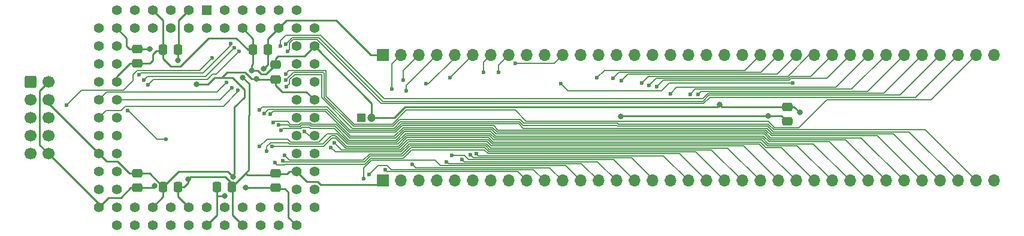
<source format=gbl>
G04 #@! TF.GenerationSoftware,KiCad,Pcbnew,7.0.5-0*
G04 #@! TF.CreationDate,2023-06-22T13:56:14+02:00*
G04 #@! TF.ProjectId,atf1508_plcc84_breakout,61746631-3530-4385-9f70-6c636338345f,A*
G04 #@! TF.SameCoordinates,Original*
G04 #@! TF.FileFunction,Copper,L2,Bot*
G04 #@! TF.FilePolarity,Positive*
%FSLAX46Y46*%
G04 Gerber Fmt 4.6, Leading zero omitted, Abs format (unit mm)*
G04 Created by KiCad (PCBNEW 7.0.5-0) date 2023-06-22 13:56:14*
%MOMM*%
%LPD*%
G01*
G04 APERTURE LIST*
G04 Aperture macros list*
%AMRoundRect*
0 Rectangle with rounded corners*
0 $1 Rounding radius*
0 $2 $3 $4 $5 $6 $7 $8 $9 X,Y pos of 4 corners*
0 Add a 4 corners polygon primitive as box body*
4,1,4,$2,$3,$4,$5,$6,$7,$8,$9,$2,$3,0*
0 Add four circle primitives for the rounded corners*
1,1,$1+$1,$2,$3*
1,1,$1+$1,$4,$5*
1,1,$1+$1,$6,$7*
1,1,$1+$1,$8,$9*
0 Add four rect primitives between the rounded corners*
20,1,$1+$1,$2,$3,$4,$5,0*
20,1,$1+$1,$4,$5,$6,$7,0*
20,1,$1+$1,$6,$7,$8,$9,0*
20,1,$1+$1,$8,$9,$2,$3,0*%
G04 Aperture macros list end*
G04 #@! TA.AperFunction,ComponentPad*
%ADD10C,1.200000*%
G04 #@! TD*
G04 #@! TA.AperFunction,ComponentPad*
%ADD11R,1.200000X1.200000*%
G04 #@! TD*
G04 #@! TA.AperFunction,SMDPad,CuDef*
%ADD12RoundRect,0.250000X-0.475000X0.337500X-0.475000X-0.337500X0.475000X-0.337500X0.475000X0.337500X0*%
G04 #@! TD*
G04 #@! TA.AperFunction,ComponentPad*
%ADD13R,1.422400X1.422400*%
G04 #@! TD*
G04 #@! TA.AperFunction,ComponentPad*
%ADD14C,1.422400*%
G04 #@! TD*
G04 #@! TA.AperFunction,ComponentPad*
%ADD15RoundRect,0.250000X-0.600000X-0.600000X0.600000X-0.600000X0.600000X0.600000X-0.600000X0.600000X0*%
G04 #@! TD*
G04 #@! TA.AperFunction,ComponentPad*
%ADD16C,1.700000*%
G04 #@! TD*
G04 #@! TA.AperFunction,SMDPad,CuDef*
%ADD17RoundRect,0.250000X0.337500X0.475000X-0.337500X0.475000X-0.337500X-0.475000X0.337500X-0.475000X0*%
G04 #@! TD*
G04 #@! TA.AperFunction,SMDPad,CuDef*
%ADD18RoundRect,0.250000X-0.337500X-0.475000X0.337500X-0.475000X0.337500X0.475000X-0.337500X0.475000X0*%
G04 #@! TD*
G04 #@! TA.AperFunction,ComponentPad*
%ADD19R,1.700000X1.700000*%
G04 #@! TD*
G04 #@! TA.AperFunction,ComponentPad*
%ADD20O,1.700000X1.700000*%
G04 #@! TD*
G04 #@! TA.AperFunction,SMDPad,CuDef*
%ADD21RoundRect,0.250000X0.475000X-0.337500X0.475000X0.337500X-0.475000X0.337500X-0.475000X-0.337500X0*%
G04 #@! TD*
G04 #@! TA.AperFunction,ViaPad*
%ADD22C,0.600000*%
G04 #@! TD*
G04 #@! TA.AperFunction,ViaPad*
%ADD23C,0.800000*%
G04 #@! TD*
G04 #@! TA.AperFunction,Conductor*
%ADD24C,0.139700*%
G04 #@! TD*
G04 #@! TA.AperFunction,Conductor*
%ADD25C,0.254000*%
G04 #@! TD*
G04 APERTURE END LIST*
D10*
X127992000Y-62230000D03*
D11*
X126492000Y-62230000D03*
D12*
X186690000Y-60684500D03*
X186690000Y-62759500D03*
D13*
X104648000Y-46990000D03*
D14*
X104648000Y-49530000D03*
X102108000Y-46990000D03*
X102108000Y-49530000D03*
X99568000Y-46990000D03*
X99568000Y-49530000D03*
X97028000Y-46990000D03*
X97028000Y-49530000D03*
X94488000Y-46990000D03*
X94488000Y-49530000D03*
X91948000Y-46990000D03*
X89408000Y-49530000D03*
X91948000Y-49530000D03*
X89408000Y-52070000D03*
X91948000Y-52070000D03*
X89408000Y-54610000D03*
X91948000Y-54610000D03*
X89408000Y-57150000D03*
X91948000Y-57150000D03*
X89408000Y-59690000D03*
X91948000Y-59690000D03*
X89408000Y-62230000D03*
X91948000Y-62230000D03*
X89408000Y-64770000D03*
X91948000Y-64770000D03*
X89408000Y-67310000D03*
X91948000Y-67310000D03*
X89408000Y-69850000D03*
X91948000Y-69850000D03*
X89408000Y-72390000D03*
X91948000Y-72390000D03*
X89408000Y-74930000D03*
X91948000Y-77470000D03*
X91948000Y-74930000D03*
X94488000Y-77470000D03*
X94488000Y-74930000D03*
X97028000Y-77470000D03*
X97028000Y-74930000D03*
X99568000Y-77470000D03*
X99568000Y-74930000D03*
X102108000Y-77470000D03*
X102108000Y-74930000D03*
X104648000Y-77470000D03*
X104648000Y-74930000D03*
X107188000Y-77470000D03*
X107188000Y-74930000D03*
X109728000Y-77470000D03*
X109728000Y-74930000D03*
X112268000Y-77470000D03*
X112268000Y-74930000D03*
X114808000Y-77470000D03*
X114808000Y-74930000D03*
X117348000Y-77470000D03*
X119888000Y-74930000D03*
X117348000Y-74930000D03*
X119888000Y-72390000D03*
X117348000Y-72390000D03*
X119888000Y-69850000D03*
X117348000Y-69850000D03*
X119888000Y-67310000D03*
X117348000Y-67310000D03*
X119888000Y-64770000D03*
X117348000Y-64770000D03*
X119888000Y-62230000D03*
X117348000Y-62230000D03*
X119888000Y-59690000D03*
X117348000Y-59690000D03*
X119888000Y-57150000D03*
X117348000Y-57150000D03*
X119888000Y-54610000D03*
X117348000Y-54610000D03*
X119888000Y-52070000D03*
X117348000Y-52070000D03*
X119888000Y-49530000D03*
X117348000Y-46990000D03*
X117348000Y-49530000D03*
X114808000Y-46990000D03*
X114808000Y-49530000D03*
X112268000Y-46990000D03*
X112268000Y-49530000D03*
X109728000Y-46990000D03*
X109728000Y-49530000D03*
X107188000Y-46990000D03*
X107188000Y-49530000D03*
D15*
X79756000Y-57150000D03*
D16*
X82296000Y-57150000D03*
X79756000Y-59690000D03*
X82296000Y-59690000D03*
X79756000Y-62230000D03*
X82296000Y-62230000D03*
X79756000Y-64770000D03*
X82296000Y-64770000D03*
X79756000Y-67310000D03*
X82296000Y-67310000D03*
D17*
X113305500Y-52578000D03*
X111230500Y-52578000D03*
D12*
X94869000Y-52451000D03*
X94869000Y-54526000D03*
D18*
X98530500Y-72009000D03*
X100605500Y-72009000D03*
D12*
X94869000Y-70082500D03*
X94869000Y-72157500D03*
D19*
X129535000Y-71120000D03*
D20*
X132075000Y-71120000D03*
X134615000Y-71120000D03*
X137155000Y-71120000D03*
X139695000Y-71120000D03*
X142235000Y-71120000D03*
X144775000Y-71120000D03*
X147315000Y-71120000D03*
X149855000Y-71120000D03*
X152395000Y-71120000D03*
X154935000Y-71120000D03*
X157475000Y-71120000D03*
X160015000Y-71120000D03*
X162555000Y-71120000D03*
X165095000Y-71120000D03*
X167635000Y-71120000D03*
X170175000Y-71120000D03*
X172715000Y-71120000D03*
X175255000Y-71120000D03*
X177795000Y-71120000D03*
X180335000Y-71120000D03*
X182875000Y-71120000D03*
X185415000Y-71120000D03*
X187955000Y-71120000D03*
X190495000Y-71120000D03*
X193035000Y-71120000D03*
X195575000Y-71120000D03*
X198115000Y-71120000D03*
X200655000Y-71120000D03*
X203195000Y-71120000D03*
X205735000Y-71120000D03*
X208275000Y-71120000D03*
X210815000Y-71120000D03*
X213355000Y-71120000D03*
X215895000Y-71120000D03*
D18*
X106150500Y-72009000D03*
X108225500Y-72009000D03*
D21*
X114427000Y-72157500D03*
X114427000Y-70082500D03*
D19*
X129540000Y-53340000D03*
D20*
X132080000Y-53340000D03*
X134620000Y-53340000D03*
X137160000Y-53340000D03*
X139700000Y-53340000D03*
X142240000Y-53340000D03*
X144780000Y-53340000D03*
X147320000Y-53340000D03*
X149860000Y-53340000D03*
X152400000Y-53340000D03*
X154940000Y-53340000D03*
X157480000Y-53340000D03*
X160020000Y-53340000D03*
X162560000Y-53340000D03*
X165100000Y-53340000D03*
X167640000Y-53340000D03*
X170180000Y-53340000D03*
X172720000Y-53340000D03*
X175260000Y-53340000D03*
X177800000Y-53340000D03*
X180340000Y-53340000D03*
X182880000Y-53340000D03*
X185420000Y-53340000D03*
X187960000Y-53340000D03*
X190500000Y-53340000D03*
X193040000Y-53340000D03*
X195580000Y-53340000D03*
X198120000Y-53340000D03*
X200660000Y-53340000D03*
X203200000Y-53340000D03*
X205740000Y-53340000D03*
X208280000Y-53340000D03*
X210820000Y-53340000D03*
X213360000Y-53340000D03*
X215900000Y-53340000D03*
D21*
X114427000Y-56790500D03*
X114427000Y-54715500D03*
D17*
X100605500Y-52578000D03*
X98530500Y-52578000D03*
D22*
X127635000Y-70231000D03*
D23*
X184023000Y-61976000D03*
X188468000Y-61468000D03*
X177165000Y-60325000D03*
X163169600Y-62014150D03*
X96647000Y-52451000D03*
X112695228Y-55269703D03*
X100584000Y-54102000D03*
X110214501Y-72157499D03*
X107188000Y-73279000D03*
X108369643Y-70580330D03*
X111725245Y-56699977D03*
X103251000Y-57492350D03*
X109746502Y-56533500D03*
X110998000Y-55524400D03*
X102071000Y-70903000D03*
X97285486Y-71885486D03*
D22*
X98933000Y-65278000D03*
X118491000Y-64135000D03*
X93472000Y-61214000D03*
X84836000Y-60452000D03*
X105410000Y-53721000D03*
X130810000Y-58165988D03*
X187452000Y-57277000D03*
X132461000Y-56896000D03*
X154686000Y-57404000D03*
X114300000Y-68569053D03*
X115443000Y-68326000D03*
X115697000Y-67564000D03*
X122174001Y-66420999D03*
X113919000Y-66294000D03*
X113157000Y-66929000D03*
X112141000Y-66294000D03*
X114808000Y-63246000D03*
X114046000Y-62865000D03*
X113665000Y-61722000D03*
X112141000Y-61087000D03*
X135635980Y-57404000D03*
X132842000Y-58420000D03*
X159829500Y-56578500D03*
X162052000Y-56642000D03*
X163258500Y-56959500D03*
X166116000Y-57277000D03*
X167132000Y-57658000D03*
X95758000Y-56896000D03*
X115062000Y-52070000D03*
X108585000Y-52324000D03*
X108077000Y-51689000D03*
X95123000Y-56134000D03*
X115824000Y-51816000D03*
X116078000Y-52832000D03*
X96393000Y-57531000D03*
X109220000Y-52832000D03*
X115824000Y-56007000D03*
X107467400Y-57196503D03*
X115824000Y-56896000D03*
X108204000Y-58013604D03*
X168275000Y-57785000D03*
X170180000Y-58801000D03*
X172974000Y-58913750D03*
X174117000Y-58913750D03*
X115951000Y-57785000D03*
X109113109Y-58323691D03*
X112776000Y-61595000D03*
X115189000Y-64008000D03*
X122682000Y-65786000D03*
X142748000Y-67310000D03*
X141922500Y-67500500D03*
X139319000Y-67564000D03*
X139065016Y-56515000D03*
X143764000Y-55753000D03*
X145923000Y-55753000D03*
X148239850Y-54513850D03*
X129921000Y-69596000D03*
X133731000Y-68834000D03*
X126873000Y-70866000D03*
X138557000Y-68453000D03*
X140779500Y-68135500D03*
D24*
X119390881Y-63430150D02*
X119232130Y-63271400D01*
X116447793Y-63474600D02*
X116219193Y-63246000D01*
X144843405Y-64185800D02*
X132636116Y-64185800D01*
X116219193Y-63246000D02*
X114808000Y-63246000D01*
X132751847Y-64465200D02*
X131532645Y-65684400D01*
X115443000Y-63754000D02*
X115189000Y-64008000D01*
X183339879Y-64820800D02*
X145478406Y-64820800D01*
X118056981Y-63271400D02*
X117853780Y-63474600D01*
X184145727Y-65626650D02*
X183339879Y-64820800D01*
X124777497Y-65405000D02*
X122802646Y-63430150D01*
X198115000Y-71120000D02*
X192621648Y-65626648D01*
X192621648Y-65626648D02*
X184145727Y-65626650D01*
X117853780Y-63474600D02*
X116447793Y-63474600D01*
X145478406Y-64820800D02*
X144843405Y-64185800D01*
X131416914Y-65405000D02*
X124777497Y-65405000D01*
X132636116Y-64185800D02*
X131416914Y-65405000D01*
X119232130Y-63271400D02*
X118056981Y-63271400D01*
X195575000Y-71120000D02*
X190361049Y-65906049D01*
X119275148Y-63709550D02*
X119116399Y-63550800D01*
X184029995Y-65906049D02*
X183224148Y-65100200D01*
X190361049Y-65906049D02*
X184029995Y-65906049D01*
X122802646Y-63430150D02*
X119390881Y-63430150D01*
X183224148Y-65100200D02*
X145362674Y-65100200D01*
X145362674Y-65100200D02*
X144727674Y-64465200D01*
X144727674Y-64465200D02*
X132751847Y-64465200D01*
X131532645Y-65684400D02*
X124661765Y-65684400D01*
X124661765Y-65684400D02*
X122686915Y-63709550D01*
X122686915Y-63709550D02*
X119275148Y-63709550D01*
X118172712Y-63550800D02*
X117969511Y-63754000D01*
X119116399Y-63550800D02*
X118172712Y-63550800D01*
X117969511Y-63754000D02*
X115443000Y-63754000D01*
X210820000Y-53340000D02*
X204851000Y-59309000D01*
X129312877Y-60210700D02*
X120251427Y-51149250D01*
X204851000Y-59309000D02*
X175768000Y-59309000D01*
X175768000Y-59309000D02*
X174866300Y-60210700D01*
X174866300Y-60210700D02*
X129312877Y-60210700D01*
X116373350Y-52536650D02*
X116078000Y-52832000D01*
X120251427Y-51149250D02*
X116855681Y-51149250D01*
X116855681Y-51149250D02*
X116373350Y-51631581D01*
X116373350Y-51631581D02*
X116373350Y-52536650D01*
D25*
X110998000Y-55524400D02*
X110998000Y-54787800D01*
X110998000Y-54787800D02*
X111230500Y-54555300D01*
X111230500Y-54555300D02*
X111230500Y-52578000D01*
X111827509Y-55524400D02*
X110998000Y-55524400D01*
X111049386Y-56699977D02*
X111725245Y-56699977D01*
X111815768Y-56790500D02*
X111725245Y-56699977D01*
X107569000Y-55753000D02*
X110102409Y-55753000D01*
X114427000Y-56790500D02*
X111815768Y-56790500D01*
X110102409Y-55753000D02*
X111049386Y-56699977D01*
X106806501Y-56515499D02*
X107569000Y-55753000D01*
X112353812Y-56050703D02*
X111827509Y-55524400D01*
X113305500Y-54659431D02*
X112695228Y-55269703D01*
X113305500Y-52578000D02*
X113305500Y-54659431D01*
X113091797Y-56050703D02*
X114427000Y-54715500D01*
X112353812Y-56050703D02*
X113091797Y-56050703D01*
D24*
X109174500Y-58420000D02*
X109174500Y-58385082D01*
X109174500Y-58385082D02*
X109113109Y-58323691D01*
D25*
X108563500Y-60727500D02*
X109982000Y-59309000D01*
X109982000Y-58229500D02*
X108267999Y-56515499D01*
X108563500Y-70125500D02*
X108563500Y-60727500D01*
X108369643Y-70319357D02*
X108563500Y-70125500D01*
X108369643Y-70580330D02*
X108369643Y-70319357D01*
X109982000Y-59309000D02*
X109982000Y-58229500D01*
D24*
X92535569Y-61214000D02*
X93170569Y-60579000D01*
X90424000Y-61214000D02*
X92535569Y-61214000D01*
X107015500Y-60579000D02*
X109174500Y-58420000D01*
X93170569Y-60579000D02*
X107015500Y-60579000D01*
D25*
X108267999Y-56515499D02*
X106806501Y-56515499D01*
D24*
X89408000Y-62230000D02*
X90424000Y-61214000D01*
X106527604Y-59690000D02*
X108204000Y-58013604D01*
X91948000Y-59690000D02*
X106527604Y-59690000D01*
X90526098Y-58571902D02*
X106092001Y-58571902D01*
X106092001Y-58571902D02*
X107467400Y-57196503D01*
X89408000Y-59690000D02*
X90526098Y-58571902D01*
X113157000Y-66929000D02*
X113157000Y-66279101D01*
X185839855Y-66464855D02*
X190495000Y-71120000D01*
X116388444Y-65970150D02*
X121086718Y-65970150D01*
X113157000Y-66279101D02*
X113691451Y-65744650D01*
X131764111Y-66243200D02*
X132983311Y-65024000D01*
X116162944Y-65744650D02*
X116388444Y-65970150D01*
X113691451Y-65744650D02*
X116162944Y-65744650D01*
X183694987Y-66464855D02*
X185839855Y-66464855D01*
X122868204Y-64801128D02*
X122988232Y-64801128D01*
X124430304Y-66243200D02*
X131764111Y-66243200D01*
X121086718Y-65970150D02*
X122261469Y-64795400D01*
X132983311Y-65024000D02*
X144496210Y-65024000D01*
X122988232Y-64801128D02*
X124430304Y-66243200D01*
X122862475Y-64795400D02*
X122868204Y-64801128D01*
X122261469Y-64795400D02*
X122862475Y-64795400D01*
X144496210Y-65024000D02*
X145131211Y-65659000D01*
X145131211Y-65659000D02*
X182889132Y-65659000D01*
X182889132Y-65659000D02*
X183694987Y-66464855D01*
X145015479Y-65938400D02*
X182773400Y-65938400D01*
X131879843Y-66522600D02*
X133048238Y-65354207D01*
X121158000Y-66294000D02*
X122371472Y-65080528D01*
X113919000Y-66294000D02*
X121158000Y-66294000D01*
X122371472Y-65080528D02*
X122872500Y-65080528D01*
X122872500Y-65080528D02*
X124314573Y-66522600D01*
X124314573Y-66522600D02*
X131879843Y-66522600D01*
X133048238Y-65354207D02*
X144431286Y-65354207D01*
X144431286Y-65354207D02*
X145015479Y-65938400D01*
X182773400Y-65938400D02*
X187955000Y-71120000D01*
X185415000Y-71120000D02*
X180512800Y-66217800D01*
X180512800Y-66217800D02*
X144899749Y-66217800D01*
X133163969Y-65633607D02*
X131995574Y-66802000D01*
X131995574Y-66802000D02*
X123698000Y-66802000D01*
X144899749Y-66217800D02*
X144315555Y-65633607D01*
X123698000Y-66802000D02*
X122682000Y-65786000D01*
X144315555Y-65633607D02*
X133163969Y-65633607D01*
X182875000Y-71115000D02*
X178257200Y-66497200D01*
X122834402Y-67081400D02*
X122174001Y-66420999D01*
X169675226Y-66497201D02*
X169675224Y-66497199D01*
X178257200Y-66497200D02*
X169675226Y-66497201D01*
X144784018Y-66497200D02*
X144199824Y-65913007D01*
X132111305Y-67081400D02*
X122834402Y-67081400D01*
X144199824Y-65913007D02*
X133279701Y-65913007D01*
X169675224Y-66497199D02*
X164677332Y-66497201D01*
X164677332Y-66497201D02*
X164677334Y-66497199D01*
X164677334Y-66497199D02*
X144784018Y-66497200D01*
X133279701Y-65913007D02*
X132111305Y-67081400D01*
X133395433Y-66192407D02*
X144084095Y-66192407D01*
X132227032Y-67360806D02*
X133395433Y-66192407D01*
X127668799Y-67360806D02*
X132227032Y-67360806D01*
X115697000Y-67564000D02*
X116363750Y-68230750D01*
X126798855Y-68230750D02*
X127668799Y-67360806D01*
X116363750Y-68230750D02*
X126798855Y-68230750D01*
X144084095Y-66192407D02*
X144668287Y-66776600D01*
X144668287Y-66776600D02*
X175991600Y-66776600D01*
X175991600Y-66776600D02*
X180335000Y-71120000D01*
X127759139Y-67665599D02*
X132317370Y-67665599D01*
X133511164Y-66471807D02*
X143968363Y-66471807D01*
X144552556Y-67056000D02*
X173731000Y-67056000D01*
X115443000Y-68326000D02*
X115627150Y-68510150D01*
X115627150Y-68510150D02*
X126914587Y-68510150D01*
X126914587Y-68510150D02*
X127759139Y-67665599D01*
X132317370Y-67665599D02*
X133511164Y-66471807D01*
X143968363Y-66471807D02*
X144552556Y-67056000D01*
X173731000Y-67056000D02*
X177795000Y-71120000D01*
X115756349Y-68789550D02*
X127030319Y-68789550D01*
X127874870Y-67944999D02*
X132433101Y-67944999D01*
X143852631Y-66751207D02*
X144436824Y-67335400D01*
X133626895Y-66751207D02*
X143852631Y-66751207D01*
X132433101Y-67944999D02*
X133626895Y-66751207D01*
X114300000Y-68569053D02*
X114606297Y-68875350D01*
X114606297Y-68875350D02*
X115670549Y-68875350D01*
X115670549Y-68875350D02*
X115756349Y-68789550D01*
X127030319Y-68789550D02*
X127874870Y-67944999D01*
X144436824Y-67335400D02*
X171475400Y-67335400D01*
X171475400Y-67335400D02*
X175255000Y-71115000D01*
X164668200Y-67894200D02*
X142316200Y-67894200D01*
X167635000Y-70861000D02*
X164668200Y-67894200D01*
X142316200Y-67894200D02*
X141922500Y-67500500D01*
X143052800Y-67614800D02*
X169212300Y-67614800D01*
X169212300Y-67614800D02*
X172715000Y-71117500D01*
X142748000Y-67310000D02*
X143052800Y-67614800D01*
X116504176Y-65690750D02*
X116066525Y-65253099D01*
X145246942Y-65379600D02*
X144611942Y-64744600D01*
X132288923Y-63347600D02*
X131365072Y-64271450D01*
X124546033Y-65963800D02*
X123103963Y-64521728D01*
X194882247Y-65347247D02*
X184261459Y-65347250D01*
X132867579Y-64744600D02*
X131648379Y-65963800D01*
X188100449Y-66185449D02*
X183914263Y-66185448D01*
X144959138Y-63906400D02*
X132520385Y-63906400D01*
X121562341Y-61004450D02*
X113366550Y-61004450D01*
X122978206Y-64516000D02*
X121666000Y-64516000D01*
X120491250Y-65690750D02*
X116504176Y-65690750D01*
X117738049Y-63195200D02*
X116563525Y-63195200D01*
X117941249Y-62992000D02*
X117738049Y-63195200D01*
X119347861Y-62992000D02*
X117941249Y-62992000D01*
X144611942Y-64744600D02*
X132867579Y-64744600D01*
X116066525Y-65253099D02*
X113181901Y-65253099D01*
X121666000Y-64516000D02*
X120491250Y-65690750D01*
X131185452Y-64846200D02*
X125008961Y-64846200D01*
X131648379Y-65963800D02*
X124546033Y-65963800D01*
X183108417Y-65379600D02*
X145246942Y-65379600D01*
X183914263Y-66185448D02*
X183108417Y-65379600D01*
X122983935Y-64521728D02*
X122978206Y-64516000D01*
X193035000Y-71120000D02*
X188100449Y-66185449D01*
X183687073Y-63982600D02*
X145825602Y-63982600D01*
X114103150Y-61283850D02*
X113665000Y-61722000D01*
X187984710Y-64788446D02*
X184492923Y-64788450D01*
X114214350Y-62696650D02*
X114046000Y-62865000D01*
X116064975Y-62696650D02*
X114214350Y-62696650D01*
X116563525Y-63195200D02*
X116064975Y-62696650D01*
X123103963Y-64521728D02*
X122983935Y-64521728D01*
X119506612Y-63150750D02*
X119347861Y-62992000D01*
X183455610Y-64541400D02*
X145594138Y-64541400D01*
X121446609Y-61283850D02*
X114103150Y-61283850D01*
X132404654Y-63627000D02*
X131185452Y-64846200D01*
X122918378Y-63150750D02*
X119506612Y-63150750D01*
X132520385Y-63906400D02*
X131301183Y-65125600D01*
X145594138Y-64541400D02*
X144959138Y-63906400D01*
X184261459Y-65347250D02*
X183455610Y-64541400D01*
X125008961Y-64846200D02*
X121446609Y-61283850D01*
X145074870Y-63627000D02*
X132404654Y-63627000D01*
X145709870Y-64262000D02*
X145074870Y-63627000D01*
X183571341Y-64262000D02*
X145709870Y-64262000D01*
X184377191Y-65067850D02*
X183571341Y-64262000D01*
X197142846Y-65067846D02*
X184377191Y-65067850D01*
X124893229Y-65125600D02*
X122918378Y-63150750D01*
X113181901Y-65253099D02*
X112141000Y-66294000D01*
X203195000Y-71120000D02*
X197142846Y-65067846D01*
X200655000Y-71120000D02*
X194882247Y-65347247D01*
X131301183Y-65125600D02*
X124893229Y-65125600D01*
X205735000Y-71120000D02*
X199403446Y-64788446D01*
X199403446Y-64788446D02*
X187984710Y-64788446D01*
X184492923Y-64788450D02*
X183687073Y-63982600D01*
X145825602Y-63982600D02*
X145190602Y-63347600D01*
X145190602Y-63347600D02*
X132288923Y-63347600D01*
X131365072Y-64271450D02*
X124829341Y-64271450D01*
X124829341Y-64271450D02*
X121562341Y-61004450D01*
X113366550Y-61004450D02*
X112776000Y-61595000D01*
X165095000Y-71120000D02*
X162148600Y-68173600D01*
X162148600Y-68173600D02*
X141706600Y-68173600D01*
X141706600Y-68173600D02*
X141097000Y-67564000D01*
X141097000Y-67564000D02*
X139319000Y-67564000D01*
X159888000Y-68453000D02*
X141097000Y-68453000D01*
X162555000Y-71120000D02*
X159888000Y-68453000D01*
X141097000Y-68453000D02*
X140779500Y-68135500D01*
X157627400Y-68732400D02*
X138836400Y-68732400D01*
X160015000Y-71120000D02*
X157627400Y-68732400D01*
X138836400Y-68732400D02*
X138557000Y-68453000D01*
X126873000Y-69342000D02*
X126873000Y-70866000D01*
X157475000Y-71120000D02*
X155366800Y-69011800D01*
X155366800Y-69011800D02*
X137718800Y-69011800D01*
X137718800Y-69011800D02*
X136931399Y-68224399D01*
X136931399Y-68224399D02*
X127990601Y-68224399D01*
X127990601Y-68224399D02*
X126873000Y-69342000D01*
X153106200Y-69291200D02*
X134188200Y-69291200D01*
X154935000Y-71120000D02*
X153106200Y-69291200D01*
X134188200Y-69291200D02*
X133731000Y-68834000D01*
X128905000Y-68961000D02*
X130175000Y-68961000D01*
X130784600Y-69570600D02*
X150845600Y-69570600D01*
X150845600Y-69570600D02*
X152395000Y-71120000D01*
X127635000Y-70231000D02*
X128905000Y-68961000D01*
X130175000Y-68961000D02*
X130784600Y-69570600D01*
X149855000Y-71120000D02*
X148585000Y-69850000D01*
X148585000Y-69850000D02*
X130175000Y-69850000D01*
X130175000Y-69850000D02*
X129921000Y-69596000D01*
D25*
X120340405Y-71297800D02*
X118795800Y-71297800D01*
X128981000Y-71674000D02*
X120716605Y-71674000D01*
X118795800Y-71297800D02*
X117348000Y-69850000D01*
X120716605Y-71674000D02*
X120340405Y-71297800D01*
D24*
X145923000Y-54737000D02*
X145923000Y-55753000D01*
X147320000Y-53340000D02*
X145923000Y-54737000D01*
X143764000Y-54356000D02*
X143764000Y-55753000D01*
X144780000Y-53340000D02*
X143764000Y-54356000D01*
X139065016Y-56514984D02*
X139065016Y-56515000D01*
X142240000Y-53340000D02*
X139065016Y-56514984D01*
X134620000Y-53340000D02*
X132461000Y-55499000D01*
X132461000Y-55499000D02*
X132461000Y-56896000D01*
X132842000Y-57658000D02*
X132842000Y-58420000D01*
X137160000Y-53340000D02*
X132842000Y-57658000D01*
X201664044Y-64509044D02*
X208275000Y-71120000D01*
X188563368Y-64509044D02*
X188563370Y-64509042D01*
X187868981Y-64509044D02*
X188563368Y-64509044D01*
X124945071Y-63992048D02*
X131249345Y-63992048D01*
X148750802Y-63068200D02*
X149385802Y-63703200D01*
X112141000Y-61087000D02*
X112502950Y-60725050D01*
X121678073Y-60725050D02*
X124945071Y-63992048D01*
X184608655Y-64509050D02*
X187868978Y-64509046D01*
X112502950Y-60725050D02*
X121678073Y-60725050D01*
X188794834Y-64509042D02*
X188794836Y-64509044D01*
X132173192Y-63068200D02*
X148750802Y-63068200D01*
X149385802Y-63703200D02*
X183802805Y-63703200D01*
X183802805Y-63703200D02*
X184608655Y-64509050D01*
X188794836Y-64509044D02*
X201664044Y-64509044D01*
X188563370Y-64509042D02*
X188794834Y-64509042D01*
X187868978Y-64509046D02*
X187868981Y-64509044D01*
X131249345Y-63992048D02*
X132173192Y-63068200D01*
X120528803Y-50869850D02*
X116739949Y-50869850D01*
X208280000Y-53340000D02*
X202590400Y-59029600D01*
X132300407Y-59923621D02*
X129582574Y-59923621D01*
X116739949Y-50869850D02*
X115824000Y-51785799D01*
X174763268Y-59918600D02*
X132305428Y-59918600D01*
X115824000Y-51785799D02*
X115824000Y-51816000D01*
X132305428Y-59918600D02*
X132300407Y-59923621D01*
X129582574Y-59923621D02*
X120528803Y-50869850D01*
X175652268Y-59029600D02*
X174763268Y-59918600D01*
X202590400Y-59029600D02*
X175652268Y-59029600D01*
X115824000Y-50546000D02*
X120761729Y-50546000D01*
X174761836Y-59524900D02*
X175536537Y-58750200D01*
X200329800Y-58750200D02*
X205740000Y-53340000D01*
X115062000Y-52070000D02*
X115062000Y-51308000D01*
X120761729Y-50546000D02*
X129740629Y-59524900D01*
X115062000Y-51308000D02*
X115824000Y-50546000D01*
X129740629Y-59524900D02*
X174761836Y-59524900D01*
X175536537Y-58750200D02*
X200329800Y-58750200D01*
X116373350Y-57362650D02*
X115951000Y-57785000D01*
X148866536Y-62788800D02*
X132057464Y-62788800D01*
X121158000Y-55810150D02*
X116909850Y-55810150D01*
X162825268Y-63144400D02*
X162698268Y-63017400D01*
X210815000Y-71120000D02*
X203924650Y-64229650D01*
X131941732Y-62509400D02*
X131017881Y-63433250D01*
X184724386Y-64229650D02*
X183918536Y-63423800D01*
X117106312Y-56089550D02*
X116373350Y-56822512D01*
X125279386Y-63712650D02*
X120904000Y-59337263D01*
X149374536Y-63296800D02*
X148866536Y-62788800D01*
X213355000Y-71120000D02*
X206185250Y-63950250D01*
X132057464Y-62788800D02*
X131133612Y-63712650D01*
X116373350Y-56822512D02*
X116373350Y-57362650D01*
X162582537Y-63296800D02*
X149374536Y-63296800D01*
X131133612Y-63712650D02*
X125279386Y-63712650D01*
X162698268Y-63017400D02*
X149490268Y-63017400D01*
X162709536Y-63423800D02*
X162582537Y-63296800D01*
X183918536Y-63423800D02*
X162709536Y-63423800D01*
X131017881Y-63433250D02*
X125395118Y-63433250D01*
X203924650Y-64229650D02*
X184724386Y-64229650D01*
X120904000Y-59337263D02*
X120904000Y-56089550D01*
X120904000Y-56089550D02*
X117106312Y-56089550D01*
X206185250Y-63950250D02*
X184840118Y-63950250D01*
X184840118Y-63950250D02*
X184034268Y-63144400D01*
X184034268Y-63144400D02*
X162825268Y-63144400D01*
X149490268Y-63017400D02*
X148982268Y-62509400D01*
X148982268Y-62509400D02*
X131941732Y-62509400D01*
X125395118Y-63433250D02*
X121259600Y-59297731D01*
X121259600Y-59297731D02*
X121259600Y-55911750D01*
X121259600Y-55911750D02*
X121158000Y-55810150D01*
X116909850Y-55810150D02*
X115824000Y-56896000D01*
X192278000Y-59690000D02*
X207010000Y-59690000D01*
X116300250Y-55530750D02*
X121539000Y-55530750D01*
X132899150Y-61156850D02*
X148253450Y-61156850D01*
X149834600Y-62738000D02*
X184023000Y-62738000D01*
X115824000Y-56007000D02*
X116300250Y-55530750D01*
X121539000Y-55530750D02*
X121539000Y-59182000D01*
X125510850Y-63153850D02*
X130902150Y-63153850D01*
X130902150Y-63153850D02*
X132899150Y-61156850D01*
X148253450Y-61156850D02*
X149834600Y-62738000D01*
X184023000Y-62738000D02*
X184955850Y-63670850D01*
X184955850Y-63670850D02*
X188297150Y-63670850D01*
X121539000Y-59182000D02*
X125510850Y-63153850D01*
X188297150Y-63670850D02*
X192278000Y-59690000D01*
X207010000Y-59690000D02*
X213360000Y-53340000D01*
D25*
X184023000Y-61976000D02*
X163207750Y-61976000D01*
X163207750Y-61976000D02*
X163169600Y-62014150D01*
X186690000Y-62759500D02*
X185906500Y-61976000D01*
X185906500Y-61976000D02*
X184023000Y-61976000D01*
X186690000Y-60684500D02*
X187684500Y-60684500D01*
X187684500Y-60684500D02*
X188468000Y-61468000D01*
X177165000Y-60325000D02*
X177524500Y-60684500D01*
X177524500Y-60684500D02*
X186690000Y-60684500D01*
X131188402Y-62230000D02*
X132712402Y-60706000D01*
X127992000Y-62230000D02*
X131188402Y-62230000D01*
X132712402Y-60706000D02*
X176784000Y-60706000D01*
X176784000Y-60706000D02*
X177165000Y-60325000D01*
D24*
X198120000Y-53340000D02*
X193548000Y-57912000D01*
X171069000Y-57912000D02*
X170180000Y-58801000D01*
X193548000Y-57912000D02*
X171069000Y-57912000D01*
X173696350Y-58191400D02*
X172974000Y-58913750D01*
X200660000Y-53340000D02*
X195808600Y-58191400D01*
X195808600Y-58191400D02*
X173696350Y-58191400D01*
X203200000Y-53340000D02*
X198069200Y-58470800D01*
X198069200Y-58470800D02*
X174559950Y-58470800D01*
X174559950Y-58470800D02*
X174117000Y-58913750D01*
X170053000Y-57277000D02*
X187452000Y-57277000D01*
X186869655Y-56616600D02*
X168173400Y-56616600D01*
X168910000Y-58420000D02*
X170053000Y-57277000D01*
X187125205Y-56361050D02*
X186869655Y-56616600D01*
X193040000Y-53340000D02*
X190018950Y-56361050D01*
X186753923Y-56337200D02*
X167055800Y-56337200D01*
X192279550Y-56640450D02*
X187240937Y-56640450D01*
X195580000Y-53340000D02*
X192279550Y-56640450D01*
X154686000Y-57404000D02*
X155702000Y-58420000D01*
X169164000Y-56896000D02*
X168275000Y-57785000D01*
X155702000Y-58420000D02*
X168910000Y-58420000D01*
X187240937Y-56640450D02*
X186985387Y-56896000D01*
X190018950Y-56361050D02*
X187125205Y-56361050D01*
X167055800Y-56337200D02*
X166116000Y-57277000D01*
X189751123Y-53340000D02*
X186753923Y-56337200D01*
X186985387Y-56896000D02*
X169164000Y-56896000D01*
X168173400Y-56616600D02*
X167132000Y-57658000D01*
X132080000Y-53340000D02*
X130810000Y-54610000D01*
X130810000Y-54610000D02*
X130810000Y-58165988D01*
D25*
X127992000Y-62230000D02*
X127992000Y-60174000D01*
X127992000Y-60174000D02*
X119888000Y-52070000D01*
X114808000Y-49530000D02*
X113305500Y-51032500D01*
X107639313Y-69850000D02*
X108369643Y-70580330D01*
X106095800Y-72317700D02*
X106095800Y-72974200D01*
X106095800Y-73202800D02*
X106095800Y-72974200D01*
X92044805Y-68402200D02*
X90500200Y-68402200D01*
X94869000Y-70082500D02*
X93725105Y-70082500D01*
X93345000Y-52070000D02*
X93726000Y-52451000D01*
X89408000Y-67310000D02*
X82296000Y-60198000D01*
X113305500Y-51032500D02*
X113305500Y-52578000D01*
X114427000Y-56790500D02*
X114427000Y-57658000D01*
X90500200Y-68402200D02*
X89408000Y-67310000D01*
X94869000Y-52451000D02*
X96647000Y-52451000D01*
X100660200Y-48437800D02*
X102108000Y-46990000D01*
X114427000Y-57658000D02*
X115316000Y-58547000D01*
X105790501Y-56515499D02*
X104813650Y-57492350D01*
X96604000Y-70082500D02*
X94869000Y-70082500D01*
X127889000Y-53340000D02*
X122986800Y-48437800D01*
X129540000Y-53340000D02*
X127889000Y-53340000D01*
X98530500Y-73427500D02*
X97028000Y-74930000D01*
X104813650Y-57492350D02*
X103251000Y-57492350D01*
X118745000Y-58547000D02*
X119888000Y-59690000D01*
X115718500Y-72284500D02*
X116205000Y-72771000D01*
X93345000Y-50927000D02*
X91948000Y-49530000D01*
X107188000Y-73279000D02*
X106172000Y-73279000D01*
X93725105Y-70082500D02*
X92044805Y-68402200D01*
X106095800Y-76022200D02*
X104648000Y-77470000D01*
X100584000Y-54102000D02*
X100584000Y-52599500D01*
X100660200Y-52523300D02*
X100660200Y-48437800D01*
X116205000Y-76327000D02*
X117348000Y-77470000D01*
X115316000Y-58547000D02*
X118745000Y-58547000D01*
X94869000Y-52451000D02*
X93726000Y-52451000D01*
X93345000Y-50927000D02*
X93345000Y-52070000D01*
X106172000Y-73279000D02*
X106095800Y-73202800D01*
X116205000Y-72771000D02*
X116205000Y-76327000D01*
X114554000Y-72284500D02*
X115718500Y-72284500D01*
X100689500Y-69850000D02*
X107639313Y-69850000D01*
X106806501Y-56515499D02*
X105790501Y-56515499D01*
X98530500Y-72009000D02*
X100689500Y-69850000D01*
X98530500Y-72009000D02*
X96604000Y-70082500D01*
X115900200Y-48437800D02*
X114808000Y-49530000D01*
X106095800Y-72974200D02*
X106095800Y-76022200D01*
X122986800Y-48437800D02*
X115900200Y-48437800D01*
X98530500Y-72009000D02*
X98530500Y-73427500D01*
X114427000Y-72157500D02*
X110214501Y-72157499D01*
X110617000Y-69617500D02*
X110617000Y-61870500D01*
X100905459Y-54921649D02*
X99625649Y-54921649D01*
X110427500Y-70358000D02*
X110152000Y-70082500D01*
X100605500Y-73427500D02*
X102108000Y-74930000D01*
X111230500Y-52578000D02*
X110490000Y-52578000D01*
X102362000Y-70612000D02*
X102071000Y-70903000D01*
X116332000Y-69850000D02*
X117348000Y-69850000D01*
X81065000Y-66079000D02*
X81065000Y-58381000D01*
X92583000Y-73533000D02*
X90805000Y-73533000D01*
X93958500Y-72157500D02*
X92583000Y-73533000D01*
X97013472Y-72157500D02*
X97285486Y-71885486D01*
X94869000Y-54526000D02*
X96604000Y-54526000D01*
X111230500Y-52578000D02*
X111230500Y-51032500D01*
X114151500Y-70358000D02*
X110427500Y-70358000D01*
X98530500Y-53826500D02*
X98530500Y-52578000D01*
X110638500Y-57425500D02*
X109746502Y-56533500D01*
X114757200Y-53517800D02*
X118440200Y-53517800D01*
X115972500Y-70209500D02*
X116332000Y-69850000D01*
X99625649Y-54921649D02*
X98530500Y-53826500D01*
X100605500Y-72009000D02*
X100605500Y-73427500D01*
X91948000Y-57150000D02*
X91948000Y-56388000D01*
X102071000Y-70903000D02*
X102071000Y-71411000D01*
X110638500Y-61849000D02*
X110638500Y-57425500D01*
X108843500Y-50931500D02*
X104895608Y-50931500D01*
X96604000Y-54526000D02*
X97028000Y-54102000D01*
X104895608Y-50931500D02*
X100905459Y-54921649D01*
X98475800Y-48437800D02*
X98475800Y-52523300D01*
X114427000Y-54715500D02*
X114427000Y-53848000D01*
X94869000Y-72157500D02*
X93958500Y-72157500D01*
X114554000Y-70209500D02*
X115972500Y-70209500D01*
X108280200Y-76022200D02*
X109728000Y-77470000D01*
X81065000Y-58381000D02*
X82296000Y-57150000D01*
X114427000Y-53848000D02*
X114757200Y-53517800D01*
X82296000Y-67310000D02*
X89408000Y-74422000D01*
X90805000Y-73533000D02*
X89408000Y-74930000D01*
X107297519Y-70612000D02*
X102362000Y-70612000D01*
X101473000Y-72009000D02*
X100605500Y-72009000D01*
X102071000Y-71411000D02*
X101473000Y-72009000D01*
X97536000Y-52705000D02*
X98403500Y-52705000D01*
X97028000Y-54102000D02*
X97028000Y-53213000D01*
X108225500Y-71539981D02*
X107297519Y-70612000D01*
X94869000Y-72157500D02*
X97013472Y-72157500D01*
X118440200Y-53517800D02*
X119888000Y-52070000D01*
X91948000Y-56388000D02*
X93810000Y-54526000D01*
X110490000Y-52578000D02*
X108843500Y-50931500D01*
X110152000Y-70082500D02*
X110617000Y-69617500D01*
X93810000Y-54526000D02*
X94869000Y-54526000D01*
X82296000Y-67310000D02*
X81065000Y-66079000D01*
X108280200Y-72317700D02*
X108280200Y-76022200D01*
X97028000Y-53213000D02*
X97536000Y-52705000D01*
X111230500Y-51032500D02*
X109728000Y-49530000D01*
X110152000Y-70082500D02*
X108225500Y-72009000D01*
X97028000Y-46990000D02*
X98475800Y-48437800D01*
D24*
X97663000Y-65278000D02*
X93599000Y-61214000D01*
X98933000Y-65278000D02*
X97663000Y-65278000D01*
X119888000Y-64770000D02*
X119126000Y-64770000D01*
X119126000Y-64770000D02*
X118491000Y-64135000D01*
X93599000Y-61214000D02*
X93472000Y-61214000D01*
X94234000Y-56959500D02*
X94234000Y-56134000D01*
X86995000Y-58293000D02*
X92900500Y-58293000D01*
X103632000Y-55499000D02*
X105410000Y-53721000D01*
X94234000Y-56134000D02*
X94869000Y-55499000D01*
X94869000Y-55499000D02*
X103632000Y-55499000D01*
X92900500Y-58293000D02*
X94234000Y-56959500D01*
X84836000Y-60452000D02*
X86995000Y-58293000D01*
X139700000Y-53721000D02*
X136017000Y-57404000D01*
X136017000Y-57404000D02*
X135635980Y-57404000D01*
X182880000Y-53340000D02*
X180721000Y-55499000D01*
X160909000Y-55499000D02*
X159829500Y-56578500D01*
X180721000Y-55499000D02*
X160909000Y-55499000D01*
X185420000Y-53340000D02*
X182981600Y-55778400D01*
X182981600Y-55778400D02*
X162915600Y-55778400D01*
X162915600Y-55778400D02*
X162052000Y-56642000D01*
X164160200Y-56057800D02*
X163258500Y-56959500D01*
X187960000Y-53340000D02*
X185242200Y-56057800D01*
X185242200Y-56057800D02*
X164160200Y-56057800D01*
X104521000Y-56388000D02*
X96266000Y-56388000D01*
X108585000Y-52324000D02*
X104521000Y-56388000D01*
X96266000Y-56388000D02*
X95758000Y-56896000D01*
X95377000Y-55880000D02*
X104140000Y-55880000D01*
X108077000Y-51943000D02*
X108077000Y-51689000D01*
X95123000Y-56134000D02*
X95377000Y-55880000D01*
X104140000Y-55880000D02*
X108077000Y-51943000D01*
X109220000Y-52832000D02*
X106045000Y-56007000D01*
X97155000Y-56769000D02*
X96393000Y-57531000D01*
X106045000Y-56007000D02*
X105537000Y-56007000D01*
X105537000Y-56007000D02*
X104775000Y-56769000D01*
X104775000Y-56769000D02*
X97155000Y-56769000D01*
X148239850Y-54513850D02*
X153766150Y-54513850D01*
X153766150Y-54513850D02*
X154940000Y-53340000D01*
M02*

</source>
